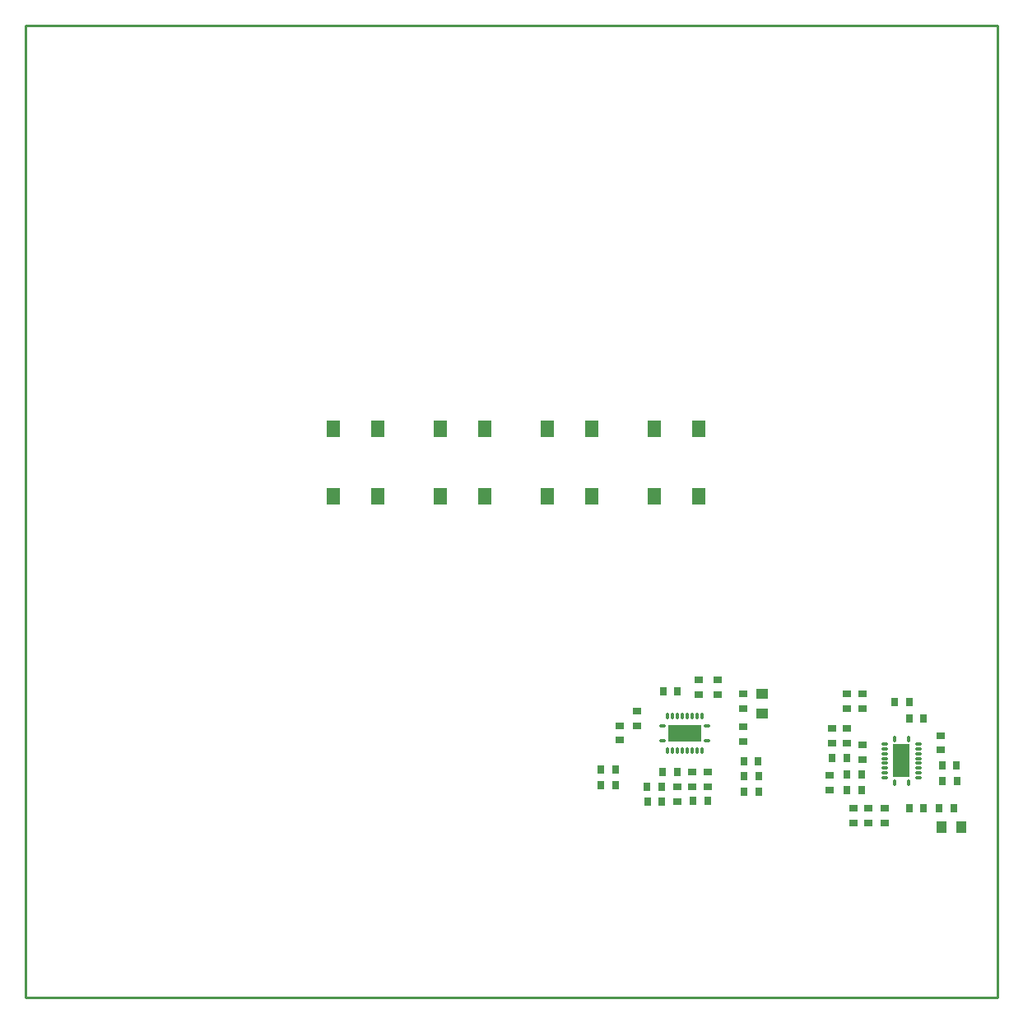
<source format=gbp>
%FSLAX25Y25*%
%MOIN*%
G70*
G01*
G75*
G04 Layer_Color=128*
%ADD10R,0.02559X0.05315*%
%ADD11R,0.14410X0.09843*%
%ADD12R,0.14410X0.07874*%
%ADD13R,0.01969X0.06299*%
%ADD14R,0.03543X0.02126*%
%ADD15R,0.09843X0.14410*%
%ADD16R,0.07874X0.14410*%
%ADD17R,0.06299X0.01969*%
%ADD18R,0.02126X0.03543*%
%ADD19R,0.03937X0.05118*%
%ADD20R,0.05118X0.03937*%
%ADD21R,0.05000X0.06000*%
%ADD22O,0.05906X0.03150*%
%ADD23R,0.04000X0.01969*%
%ADD24R,0.10000X0.07500*%
%ADD25O,0.09843X0.05906*%
%ADD26R,0.08661X0.07087*%
%ADD27R,0.09843X0.15748*%
%ADD28R,0.08000X0.02400*%
%ADD29O,0.08000X0.02400*%
%ADD30R,0.09449X0.08268*%
%ADD31R,0.07874X0.07874*%
%ADD32R,0.03347X0.02756*%
%ADD33R,0.02756X0.03347*%
%ADD34R,0.07087X0.03937*%
%ADD35R,0.03937X0.10630*%
%ADD36R,0.10630X0.03937*%
%ADD37R,0.03937X0.02362*%
%ADD38R,0.02362X0.03937*%
%ADD39O,0.00984X0.04724*%
%ADD40O,0.04724X0.00984*%
%ADD41O,0.04724X0.01772*%
%ADD42O,0.01772X0.04724*%
%ADD43R,0.04724X0.01772*%
%ADD44O,0.03543X0.01969*%
%ADD45R,0.03543X0.01969*%
%ADD46O,0.03543X0.01969*%
%ADD47R,0.17716X0.15748*%
%ADD48R,0.15748X0.17716*%
%ADD49R,0.27953X0.21654*%
%ADD50R,0.08268X0.03937*%
%ADD51R,0.07559X0.25590*%
%ADD52R,0.21654X0.25197*%
%ADD53R,0.03937X0.10827*%
%ADD54O,0.06299X0.01772*%
%ADD55R,0.08071X0.09055*%
%ADD56C,0.01000*%
%ADD57C,0.00800*%
%ADD58C,0.02000*%
%ADD59C,0.01200*%
%ADD60C,0.03000*%
%ADD61C,0.04000*%
%ADD62C,0.03500*%
%ADD63C,0.06000*%
%ADD64C,0.01500*%
%ADD65C,0.10000*%
%ADD66C,0.08000*%
%ADD67R,0.14500X0.04200*%
%ADD68R,0.04100X0.17800*%
%ADD69R,0.17100X0.04200*%
%ADD70R,0.04400X0.22500*%
%ADD71R,0.04100X0.19500*%
%ADD72R,0.16800X0.04200*%
%ADD73R,0.02437X0.03577*%
%ADD74R,0.23300X0.07400*%
%ADD75R,0.16351X0.07500*%
%ADD76R,0.55500X0.04751*%
%ADD77R,0.07912X0.15875*%
%ADD78R,0.05600X0.05100*%
%ADD79R,0.40000X0.08400*%
%ADD80R,0.28400X0.16700*%
%ADD81R,0.07300X0.03700*%
%ADD82R,0.08300X0.49900*%
%ADD83R,0.03900X0.06100*%
%ADD84R,0.08664X0.44500*%
%ADD85R,0.16500X0.07900*%
%ADD86R,0.06000X0.16300*%
%ADD87R,0.23600X0.17400*%
%ADD88R,0.25624X0.17093*%
%ADD89R,0.24100X0.17400*%
%ADD90C,0.06000*%
%ADD91O,0.06000X0.10000*%
%ADD92R,0.06000X0.10000*%
%ADD93O,0.05906X0.09843*%
%ADD94R,0.05906X0.09843*%
%ADD95C,0.06693*%
%ADD96R,0.05906X0.05906*%
%ADD97C,0.05906*%
%ADD98C,0.03937*%
%ADD99O,0.07874X0.15748*%
%ADD100O,0.09843X0.11811*%
%ADD101R,0.09843X0.11811*%
%ADD102C,0.02000*%
%ADD103C,0.03000*%
%ADD104C,0.04000*%
%ADD105C,0.05000*%
%ADD106C,0.02598*%
%ADD107R,0.05512X0.07087*%
%ADD108R,0.13386X0.07087*%
%ADD109O,0.02756X0.01181*%
%ADD110O,0.01181X0.02756*%
%ADD111R,0.07087X0.13386*%
%ADD112R,0.15900X0.03600*%
%ADD113R,0.05800X0.21700*%
%ADD114R,0.17600X0.04300*%
%ADD115R,0.04400X0.22100*%
%ADD116R,0.03084X0.06973*%
%ADD117R,0.10427X0.02514*%
%ADD118R,0.12200X0.03500*%
%ADD119R,0.08500X0.07122*%
%ADD120R,0.21373X0.05490*%
%ADD121R,0.03200X0.06000*%
%ADD122R,0.02900X0.13700*%
%ADD123R,0.22500X1.19600*%
%ADD124R,0.29000X0.26900*%
%ADD125C,0.00394*%
%ADD126C,0.00500*%
%ADD127C,0.00984*%
%ADD128C,0.00787*%
%ADD129C,0.00591*%
%ADD130R,0.04724X0.02756*%
%ADD131R,0.01968X0.03543*%
%ADD132R,0.03359X0.06115*%
%ADD133R,0.15210X0.10642*%
%ADD134R,0.15210X0.08674*%
%ADD135R,0.02769X0.07099*%
%ADD136R,0.04343X0.02926*%
%ADD137R,0.10642X0.15210*%
%ADD138R,0.08674X0.15210*%
%ADD139R,0.07099X0.02769*%
%ADD140R,0.02926X0.04343*%
%ADD141R,0.04737X0.05918*%
%ADD142R,0.05918X0.04737*%
%ADD143R,0.05800X0.06800*%
%ADD144O,0.06706X0.03950*%
%ADD145R,0.04800X0.02769*%
%ADD146R,0.10800X0.08300*%
%ADD147O,0.10642X0.06706*%
%ADD148R,0.09461X0.07887*%
%ADD149R,0.10642X0.16548*%
%ADD150R,0.08800X0.03200*%
%ADD151O,0.08800X0.03200*%
%ADD152R,0.10249X0.09068*%
%ADD153R,0.08674X0.08674*%
%ADD154R,0.04147X0.03556*%
%ADD155R,0.03556X0.04147*%
%ADD156R,0.07887X0.04737*%
%ADD157R,0.04737X0.11430*%
%ADD158R,0.11430X0.04737*%
%ADD159R,0.04737X0.03162*%
%ADD160R,0.03162X0.04737*%
%ADD161O,0.01784X0.05524*%
%ADD162O,0.05524X0.01784*%
%ADD163O,0.05524X0.02572*%
%ADD164O,0.02572X0.05524*%
%ADD165R,0.05524X0.02572*%
%ADD166O,0.04343X0.02769*%
%ADD167R,0.04343X0.02769*%
%ADD168O,0.04343X0.02769*%
%ADD169R,0.18517X0.16548*%
%ADD170R,0.16548X0.18517*%
%ADD171R,0.28753X0.22453*%
%ADD172R,0.09068X0.04737*%
%ADD173R,0.08359X0.26391*%
%ADD174R,0.22453X0.25997*%
%ADD175R,0.04737X0.11627*%
%ADD176O,0.07099X0.02572*%
%ADD177R,0.08871X0.09855*%
%ADD178C,0.06800*%
%ADD179O,0.06800X0.10800*%
%ADD180R,0.06800X0.10800*%
%ADD181O,0.06706X0.10642*%
%ADD182R,0.06706X0.10642*%
%ADD183C,0.07493*%
%ADD184R,0.06706X0.06706*%
%ADD185C,0.06706*%
%ADD186C,0.04737*%
%ADD187O,0.08674X0.16548*%
%ADD188O,0.10642X0.12611*%
%ADD189R,0.10642X0.12611*%
%ADD190C,0.05800*%
%ADD191R,0.06312X0.07887*%
%ADD192R,0.14186X0.07887*%
%ADD193O,0.03556X0.01981*%
%ADD194O,0.01981X0.03556*%
%ADD195R,0.07887X0.14186*%
%ADD196C,0.03398*%
D19*
X296174Y-324700D02*
D03*
X288300D02*
D03*
D20*
X215600Y-270826D02*
D03*
Y-278700D02*
D03*
D32*
X187300Y-308400D02*
D03*
Y-302495D02*
D03*
X193600Y-308405D02*
D03*
Y-302500D02*
D03*
X252600Y-323106D02*
D03*
Y-317200D02*
D03*
X157800Y-283594D02*
D03*
Y-289500D02*
D03*
X208100Y-284095D02*
D03*
Y-290000D02*
D03*
X197500Y-271006D02*
D03*
Y-265100D02*
D03*
X288100Y-287595D02*
D03*
Y-293500D02*
D03*
X250000Y-284894D02*
D03*
Y-290800D02*
D03*
X249800Y-276600D02*
D03*
Y-270694D02*
D03*
X265300Y-323100D02*
D03*
Y-317195D02*
D03*
X258700Y-323000D02*
D03*
Y-317094D02*
D03*
X244100Y-290800D02*
D03*
Y-284894D02*
D03*
X256400Y-297400D02*
D03*
Y-291494D02*
D03*
X256200Y-276800D02*
D03*
Y-270895D02*
D03*
X243100Y-303900D02*
D03*
Y-309805D02*
D03*
X208100Y-270900D02*
D03*
Y-276805D02*
D03*
X190000Y-265200D02*
D03*
Y-271106D02*
D03*
X164800Y-277700D02*
D03*
Y-283606D02*
D03*
X181200Y-314295D02*
D03*
Y-308389D02*
D03*
D33*
X281105Y-317000D02*
D03*
X275200D02*
D03*
X168994Y-308395D02*
D03*
X174900D02*
D03*
X175495Y-269800D02*
D03*
X181400D02*
D03*
X288595Y-306000D02*
D03*
X294500D02*
D03*
X275205Y-274100D02*
D03*
X269300D02*
D03*
X249994Y-309800D02*
D03*
X255900D02*
D03*
X249994Y-303400D02*
D03*
X255900D02*
D03*
X214206Y-310400D02*
D03*
X208300D02*
D03*
X244100Y-296600D02*
D03*
X250006D02*
D03*
X281100Y-280800D02*
D03*
X275195D02*
D03*
X294400Y-299700D02*
D03*
X288494D02*
D03*
X293200Y-317000D02*
D03*
X287295D02*
D03*
X156200Y-301400D02*
D03*
X150294D02*
D03*
X156200Y-307900D02*
D03*
X150294D02*
D03*
X187700Y-314094D02*
D03*
X193605D02*
D03*
X181200Y-302495D02*
D03*
X175294D02*
D03*
X175100Y-314494D02*
D03*
X169194D02*
D03*
X214300Y-304200D02*
D03*
X208395D02*
D03*
X214100Y-298200D02*
D03*
X208194D02*
D03*
D56*
X311024Y-393701D02*
Y0D01*
X-82677Y-393701D02*
X311024D01*
X-82677D02*
Y0D01*
X311024D01*
D107*
X128570Y-163270D02*
D03*
Y-190829D02*
D03*
X146483Y-163270D02*
D03*
Y-190829D02*
D03*
X85263Y-163270D02*
D03*
Y-190829D02*
D03*
X103176Y-163270D02*
D03*
Y-190829D02*
D03*
X41956Y-163270D02*
D03*
Y-190829D02*
D03*
X59869Y-163270D02*
D03*
Y-190829D02*
D03*
X171877Y-163270D02*
D03*
Y-190829D02*
D03*
X189790Y-163270D02*
D03*
Y-190829D02*
D03*
D108*
X184300Y-286700D02*
D03*
D109*
X193158Y-289653D02*
D03*
Y-283747D02*
D03*
X175442D02*
D03*
Y-289653D02*
D03*
X278990Y-304790D02*
D03*
Y-302821D02*
D03*
Y-300853D02*
D03*
Y-298884D02*
D03*
Y-296916D02*
D03*
Y-294947D02*
D03*
Y-292979D02*
D03*
Y-291010D02*
D03*
X265210D02*
D03*
Y-292979D02*
D03*
Y-294947D02*
D03*
Y-296916D02*
D03*
Y-298884D02*
D03*
Y-300853D02*
D03*
Y-302821D02*
D03*
Y-304790D02*
D03*
D110*
X191190Y-279810D02*
D03*
X189221D02*
D03*
X187253D02*
D03*
X185284D02*
D03*
X183316D02*
D03*
X181347D02*
D03*
X179379D02*
D03*
X177410D02*
D03*
Y-293590D02*
D03*
X179379D02*
D03*
X181347D02*
D03*
X183316D02*
D03*
X185284D02*
D03*
X187253D02*
D03*
X189221D02*
D03*
X191190D02*
D03*
X269147Y-306758D02*
D03*
X275053D02*
D03*
Y-289042D02*
D03*
X269147D02*
D03*
D111*
X272100Y-297900D02*
D03*
M02*

</source>
